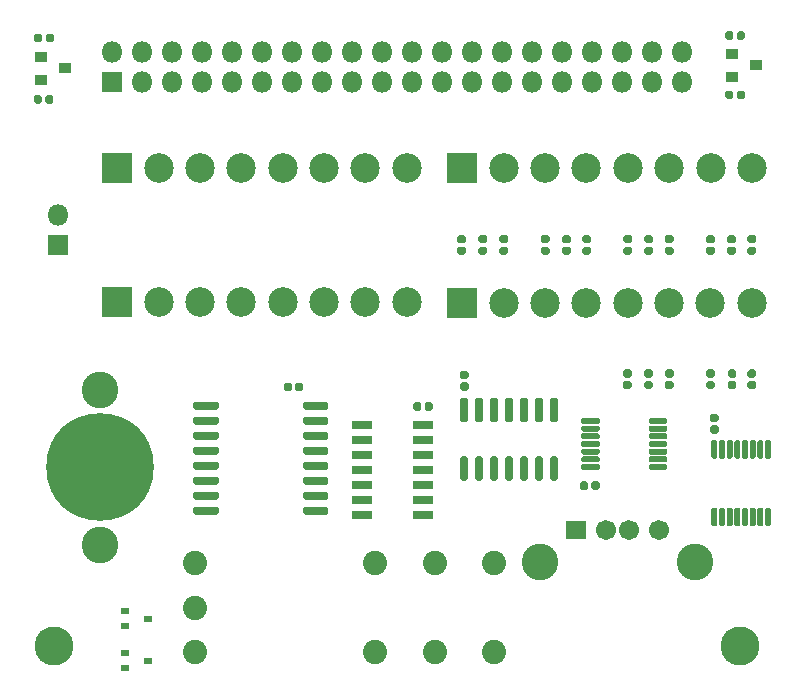
<source format=gts>
%TF.GenerationSoftware,KiCad,Pcbnew,5.1.6-1.fc31*%
%TF.CreationDate,2020-06-27T23:06:53-07:00*%
%TF.ProjectId,rpi_7seg_alarm_clock,7270695f-3773-4656-975f-616c61726d5f,rev?*%
%TF.SameCoordinates,Original*%
%TF.FileFunction,Soldermask,Top*%
%TF.FilePolarity,Negative*%
%FSLAX46Y46*%
G04 Gerber Fmt 4.6, Leading zero omitted, Abs format (unit mm)*
G04 Created by KiCad (PCBNEW 5.1.6-1.fc31) date 2020-06-27 23:06:53*
%MOMM*%
%LPD*%
G01*
G04 APERTURE LIST*
%ADD10C,3.301600*%
%ADD11R,2.501600X2.501600*%
%ADD12C,2.501600*%
%ADD13C,3.101600*%
%ADD14C,9.101600*%
%ADD15R,1.701600X1.601600*%
%ADD16C,1.701600*%
%ADD17O,1.801600X1.801600*%
%ADD18R,1.801600X1.801600*%
%ADD19C,2.051600*%
%ADD20R,1.001600X0.901600*%
%ADD21R,0.801600X0.551600*%
%ADD22R,1.803400X0.635000*%
G04 APERTURE END LIST*
D10*
%TO.C,REF\u002A\u002A*%
X84750000Y-109725000D03*
%TD*%
%TO.C,REF\u002A\u002A*%
X142775000Y-109750000D03*
%TD*%
D11*
%TO.C,J7*%
X90070000Y-69320000D03*
D12*
X93570000Y-69320000D03*
X97070000Y-69320000D03*
X100570000Y-69320000D03*
X104070000Y-69320000D03*
X107570000Y-69320000D03*
X111070000Y-69320000D03*
X114570000Y-69320000D03*
%TD*%
%TO.C,C1*%
G36*
G01*
X133447900Y-87035800D02*
X133052100Y-87035800D01*
G75*
G02*
X132879200Y-86862900I0J172900D01*
G01*
X132879200Y-86517100D01*
G75*
G02*
X133052100Y-86344200I172900J0D01*
G01*
X133447900Y-86344200D01*
G75*
G02*
X133620800Y-86517100I0J-172900D01*
G01*
X133620800Y-86862900D01*
G75*
G02*
X133447900Y-87035800I-172900J0D01*
G01*
G37*
G36*
G01*
X133447900Y-88005800D02*
X133052100Y-88005800D01*
G75*
G02*
X132879200Y-87832900I0J172900D01*
G01*
X132879200Y-87487100D01*
G75*
G02*
X133052100Y-87314200I172900J0D01*
G01*
X133447900Y-87314200D01*
G75*
G02*
X133620800Y-87487100I0J-172900D01*
G01*
X133620800Y-87832900D01*
G75*
G02*
X133447900Y-88005800I-172900J0D01*
G01*
G37*
%TD*%
%TO.C,C2*%
G36*
G01*
X116089200Y-89672900D02*
X116089200Y-89277100D01*
G75*
G02*
X116262100Y-89104200I172900J0D01*
G01*
X116607900Y-89104200D01*
G75*
G02*
X116780800Y-89277100I0J-172900D01*
G01*
X116780800Y-89672900D01*
G75*
G02*
X116607900Y-89845800I-172900J0D01*
G01*
X116262100Y-89845800D01*
G75*
G02*
X116089200Y-89672900I0J172900D01*
G01*
G37*
G36*
G01*
X115119200Y-89672900D02*
X115119200Y-89277100D01*
G75*
G02*
X115292100Y-89104200I172900J0D01*
G01*
X115637900Y-89104200D01*
G75*
G02*
X115810800Y-89277100I0J-172900D01*
G01*
X115810800Y-89672900D01*
G75*
G02*
X115637900Y-89845800I-172900J0D01*
G01*
X115292100Y-89845800D01*
G75*
G02*
X115119200Y-89672900I0J172900D01*
G01*
G37*
%TD*%
%TO.C,C3*%
G36*
G01*
X140497900Y-87035800D02*
X140102100Y-87035800D01*
G75*
G02*
X139929200Y-86862900I0J172900D01*
G01*
X139929200Y-86517100D01*
G75*
G02*
X140102100Y-86344200I172900J0D01*
G01*
X140497900Y-86344200D01*
G75*
G02*
X140670800Y-86517100I0J-172900D01*
G01*
X140670800Y-86862900D01*
G75*
G02*
X140497900Y-87035800I-172900J0D01*
G01*
G37*
G36*
G01*
X140497900Y-88005800D02*
X140102100Y-88005800D01*
G75*
G02*
X139929200Y-87832900I0J172900D01*
G01*
X139929200Y-87487100D01*
G75*
G02*
X140102100Y-87314200I172900J0D01*
G01*
X140497900Y-87314200D01*
G75*
G02*
X140670800Y-87487100I0J-172900D01*
G01*
X140670800Y-87832900D01*
G75*
G02*
X140497900Y-88005800I-172900J0D01*
G01*
G37*
%TD*%
%TO.C,C4*%
G36*
G01*
X143997900Y-75660800D02*
X143602100Y-75660800D01*
G75*
G02*
X143429200Y-75487900I0J172900D01*
G01*
X143429200Y-75142100D01*
G75*
G02*
X143602100Y-74969200I172900J0D01*
G01*
X143997900Y-74969200D01*
G75*
G02*
X144170800Y-75142100I0J-172900D01*
G01*
X144170800Y-75487900D01*
G75*
G02*
X143997900Y-75660800I-172900J0D01*
G01*
G37*
G36*
G01*
X143997900Y-76630800D02*
X143602100Y-76630800D01*
G75*
G02*
X143429200Y-76457900I0J172900D01*
G01*
X143429200Y-76112100D01*
G75*
G02*
X143602100Y-75939200I172900J0D01*
G01*
X143997900Y-75939200D01*
G75*
G02*
X144170800Y-76112100I0J-172900D01*
G01*
X144170800Y-76457900D01*
G75*
G02*
X143997900Y-76630800I-172900J0D01*
G01*
G37*
%TD*%
%TO.C,C5*%
G36*
G01*
X136997900Y-75660800D02*
X136602100Y-75660800D01*
G75*
G02*
X136429200Y-75487900I0J172900D01*
G01*
X136429200Y-75142100D01*
G75*
G02*
X136602100Y-74969200I172900J0D01*
G01*
X136997900Y-74969200D01*
G75*
G02*
X137170800Y-75142100I0J-172900D01*
G01*
X137170800Y-75487900D01*
G75*
G02*
X136997900Y-75660800I-172900J0D01*
G01*
G37*
G36*
G01*
X136997900Y-76630800D02*
X136602100Y-76630800D01*
G75*
G02*
X136429200Y-76457900I0J172900D01*
G01*
X136429200Y-76112100D01*
G75*
G02*
X136602100Y-75939200I172900J0D01*
G01*
X136997900Y-75939200D01*
G75*
G02*
X137170800Y-76112100I0J-172900D01*
G01*
X137170800Y-76457900D01*
G75*
G02*
X136997900Y-76630800I-172900J0D01*
G01*
G37*
%TD*%
%TO.C,C6*%
G36*
G01*
X105129200Y-88022900D02*
X105129200Y-87627100D01*
G75*
G02*
X105302100Y-87454200I172900J0D01*
G01*
X105647900Y-87454200D01*
G75*
G02*
X105820800Y-87627100I0J-172900D01*
G01*
X105820800Y-88022900D01*
G75*
G02*
X105647900Y-88195800I-172900J0D01*
G01*
X105302100Y-88195800D01*
G75*
G02*
X105129200Y-88022900I0J172900D01*
G01*
G37*
G36*
G01*
X104159200Y-88022900D02*
X104159200Y-87627100D01*
G75*
G02*
X104332100Y-87454200I172900J0D01*
G01*
X104677900Y-87454200D01*
G75*
G02*
X104850800Y-87627100I0J-172900D01*
G01*
X104850800Y-88022900D01*
G75*
G02*
X104677900Y-88195800I-172900J0D01*
G01*
X104332100Y-88195800D01*
G75*
G02*
X104159200Y-88022900I0J172900D01*
G01*
G37*
%TD*%
%TO.C,C7*%
G36*
G01*
X130022900Y-75660800D02*
X129627100Y-75660800D01*
G75*
G02*
X129454200Y-75487900I0J172900D01*
G01*
X129454200Y-75142100D01*
G75*
G02*
X129627100Y-74969200I172900J0D01*
G01*
X130022900Y-74969200D01*
G75*
G02*
X130195800Y-75142100I0J-172900D01*
G01*
X130195800Y-75487900D01*
G75*
G02*
X130022900Y-75660800I-172900J0D01*
G01*
G37*
G36*
G01*
X130022900Y-76630800D02*
X129627100Y-76630800D01*
G75*
G02*
X129454200Y-76457900I0J172900D01*
G01*
X129454200Y-76112100D01*
G75*
G02*
X129627100Y-75939200I172900J0D01*
G01*
X130022900Y-75939200D01*
G75*
G02*
X130195800Y-76112100I0J-172900D01*
G01*
X130195800Y-76457900D01*
G75*
G02*
X130022900Y-76630800I-172900J0D01*
G01*
G37*
%TD*%
%TO.C,C8*%
G36*
G01*
X122997900Y-75660800D02*
X122602100Y-75660800D01*
G75*
G02*
X122429200Y-75487900I0J172900D01*
G01*
X122429200Y-75142100D01*
G75*
G02*
X122602100Y-74969200I172900J0D01*
G01*
X122997900Y-74969200D01*
G75*
G02*
X123170800Y-75142100I0J-172900D01*
G01*
X123170800Y-75487900D01*
G75*
G02*
X122997900Y-75660800I-172900J0D01*
G01*
G37*
G36*
G01*
X122997900Y-76630800D02*
X122602100Y-76630800D01*
G75*
G02*
X122429200Y-76457900I0J172900D01*
G01*
X122429200Y-76112100D01*
G75*
G02*
X122602100Y-75939200I172900J0D01*
G01*
X122997900Y-75939200D01*
G75*
G02*
X123170800Y-76112100I0J-172900D01*
G01*
X123170800Y-76457900D01*
G75*
G02*
X122997900Y-76630800I-172900J0D01*
G01*
G37*
%TD*%
%TO.C,C9*%
G36*
G01*
X140427100Y-91079200D02*
X140822900Y-91079200D01*
G75*
G02*
X140995800Y-91252100I0J-172900D01*
G01*
X140995800Y-91597900D01*
G75*
G02*
X140822900Y-91770800I-172900J0D01*
G01*
X140427100Y-91770800D01*
G75*
G02*
X140254200Y-91597900I0J172900D01*
G01*
X140254200Y-91252100D01*
G75*
G02*
X140427100Y-91079200I172900J0D01*
G01*
G37*
G36*
G01*
X140427100Y-90109200D02*
X140822900Y-90109200D01*
G75*
G02*
X140995800Y-90282100I0J-172900D01*
G01*
X140995800Y-90627900D01*
G75*
G02*
X140822900Y-90800800I-172900J0D01*
G01*
X140427100Y-90800800D01*
G75*
G02*
X140254200Y-90627900I0J172900D01*
G01*
X140254200Y-90282100D01*
G75*
G02*
X140427100Y-90109200I172900J0D01*
G01*
G37*
%TD*%
%TO.C,C10*%
G36*
G01*
X130214200Y-96372900D02*
X130214200Y-95977100D01*
G75*
G02*
X130387100Y-95804200I172900J0D01*
G01*
X130732900Y-95804200D01*
G75*
G02*
X130905800Y-95977100I0J-172900D01*
G01*
X130905800Y-96372900D01*
G75*
G02*
X130732900Y-96545800I-172900J0D01*
G01*
X130387100Y-96545800D01*
G75*
G02*
X130214200Y-96372900I0J172900D01*
G01*
G37*
G36*
G01*
X129244200Y-96372900D02*
X129244200Y-95977100D01*
G75*
G02*
X129417100Y-95804200I172900J0D01*
G01*
X129762900Y-95804200D01*
G75*
G02*
X129935800Y-95977100I0J-172900D01*
G01*
X129935800Y-96372900D01*
G75*
G02*
X129762900Y-96545800I-172900J0D01*
G01*
X129417100Y-96545800D01*
G75*
G02*
X129244200Y-96372900I0J172900D01*
G01*
G37*
%TD*%
%TO.C,C11*%
G36*
G01*
X119252100Y-87439200D02*
X119647900Y-87439200D01*
G75*
G02*
X119820800Y-87612100I0J-172900D01*
G01*
X119820800Y-87957900D01*
G75*
G02*
X119647900Y-88130800I-172900J0D01*
G01*
X119252100Y-88130800D01*
G75*
G02*
X119079200Y-87957900I0J172900D01*
G01*
X119079200Y-87612100D01*
G75*
G02*
X119252100Y-87439200I172900J0D01*
G01*
G37*
G36*
G01*
X119252100Y-86469200D02*
X119647900Y-86469200D01*
G75*
G02*
X119820800Y-86642100I0J-172900D01*
G01*
X119820800Y-86987900D01*
G75*
G02*
X119647900Y-87160800I-172900J0D01*
G01*
X119252100Y-87160800D01*
G75*
G02*
X119079200Y-86987900I0J172900D01*
G01*
X119079200Y-86642100D01*
G75*
G02*
X119252100Y-86469200I172900J0D01*
G01*
G37*
%TD*%
%TO.C,R1*%
G36*
G01*
X136997900Y-87035800D02*
X136602100Y-87035800D01*
G75*
G02*
X136429200Y-86862900I0J172900D01*
G01*
X136429200Y-86517100D01*
G75*
G02*
X136602100Y-86344200I172900J0D01*
G01*
X136997900Y-86344200D01*
G75*
G02*
X137170800Y-86517100I0J-172900D01*
G01*
X137170800Y-86862900D01*
G75*
G02*
X136997900Y-87035800I-172900J0D01*
G01*
G37*
G36*
G01*
X136997900Y-88005800D02*
X136602100Y-88005800D01*
G75*
G02*
X136429200Y-87832900I0J172900D01*
G01*
X136429200Y-87487100D01*
G75*
G02*
X136602100Y-87314200I172900J0D01*
G01*
X136997900Y-87314200D01*
G75*
G02*
X137170800Y-87487100I0J-172900D01*
G01*
X137170800Y-87832900D01*
G75*
G02*
X136997900Y-88005800I-172900J0D01*
G01*
G37*
%TD*%
%TO.C,R2*%
G36*
G01*
X135247900Y-87035800D02*
X134852100Y-87035800D01*
G75*
G02*
X134679200Y-86862900I0J172900D01*
G01*
X134679200Y-86517100D01*
G75*
G02*
X134852100Y-86344200I172900J0D01*
G01*
X135247900Y-86344200D01*
G75*
G02*
X135420800Y-86517100I0J-172900D01*
G01*
X135420800Y-86862900D01*
G75*
G02*
X135247900Y-87035800I-172900J0D01*
G01*
G37*
G36*
G01*
X135247900Y-88005800D02*
X134852100Y-88005800D01*
G75*
G02*
X134679200Y-87832900I0J172900D01*
G01*
X134679200Y-87487100D01*
G75*
G02*
X134852100Y-87314200I172900J0D01*
G01*
X135247900Y-87314200D01*
G75*
G02*
X135420800Y-87487100I0J-172900D01*
G01*
X135420800Y-87832900D01*
G75*
G02*
X135247900Y-88005800I-172900J0D01*
G01*
G37*
%TD*%
%TO.C,R3*%
G36*
G01*
X143997900Y-87035800D02*
X143602100Y-87035800D01*
G75*
G02*
X143429200Y-86862900I0J172900D01*
G01*
X143429200Y-86517100D01*
G75*
G02*
X143602100Y-86344200I172900J0D01*
G01*
X143997900Y-86344200D01*
G75*
G02*
X144170800Y-86517100I0J-172900D01*
G01*
X144170800Y-86862900D01*
G75*
G02*
X143997900Y-87035800I-172900J0D01*
G01*
G37*
G36*
G01*
X143997900Y-88005800D02*
X143602100Y-88005800D01*
G75*
G02*
X143429200Y-87832900I0J172900D01*
G01*
X143429200Y-87487100D01*
G75*
G02*
X143602100Y-87314200I172900J0D01*
G01*
X143997900Y-87314200D01*
G75*
G02*
X144170800Y-87487100I0J-172900D01*
G01*
X144170800Y-87832900D01*
G75*
G02*
X143997900Y-88005800I-172900J0D01*
G01*
G37*
%TD*%
%TO.C,R4*%
G36*
G01*
X142322900Y-87035800D02*
X141927100Y-87035800D01*
G75*
G02*
X141754200Y-86862900I0J172900D01*
G01*
X141754200Y-86517100D01*
G75*
G02*
X141927100Y-86344200I172900J0D01*
G01*
X142322900Y-86344200D01*
G75*
G02*
X142495800Y-86517100I0J-172900D01*
G01*
X142495800Y-86862900D01*
G75*
G02*
X142322900Y-87035800I-172900J0D01*
G01*
G37*
G36*
G01*
X142322900Y-88005800D02*
X141927100Y-88005800D01*
G75*
G02*
X141754200Y-87832900I0J172900D01*
G01*
X141754200Y-87487100D01*
G75*
G02*
X141927100Y-87314200I172900J0D01*
G01*
X142322900Y-87314200D01*
G75*
G02*
X142495800Y-87487100I0J-172900D01*
G01*
X142495800Y-87832900D01*
G75*
G02*
X142322900Y-88005800I-172900J0D01*
G01*
G37*
%TD*%
%TO.C,R5*%
G36*
G01*
X140497900Y-75660800D02*
X140102100Y-75660800D01*
G75*
G02*
X139929200Y-75487900I0J172900D01*
G01*
X139929200Y-75142100D01*
G75*
G02*
X140102100Y-74969200I172900J0D01*
G01*
X140497900Y-74969200D01*
G75*
G02*
X140670800Y-75142100I0J-172900D01*
G01*
X140670800Y-75487900D01*
G75*
G02*
X140497900Y-75660800I-172900J0D01*
G01*
G37*
G36*
G01*
X140497900Y-76630800D02*
X140102100Y-76630800D01*
G75*
G02*
X139929200Y-76457900I0J172900D01*
G01*
X139929200Y-76112100D01*
G75*
G02*
X140102100Y-75939200I172900J0D01*
G01*
X140497900Y-75939200D01*
G75*
G02*
X140670800Y-76112100I0J-172900D01*
G01*
X140670800Y-76457900D01*
G75*
G02*
X140497900Y-76630800I-172900J0D01*
G01*
G37*
%TD*%
%TO.C,R6*%
G36*
G01*
X142272900Y-75660800D02*
X141877100Y-75660800D01*
G75*
G02*
X141704200Y-75487900I0J172900D01*
G01*
X141704200Y-75142100D01*
G75*
G02*
X141877100Y-74969200I172900J0D01*
G01*
X142272900Y-74969200D01*
G75*
G02*
X142445800Y-75142100I0J-172900D01*
G01*
X142445800Y-75487900D01*
G75*
G02*
X142272900Y-75660800I-172900J0D01*
G01*
G37*
G36*
G01*
X142272900Y-76630800D02*
X141877100Y-76630800D01*
G75*
G02*
X141704200Y-76457900I0J172900D01*
G01*
X141704200Y-76112100D01*
G75*
G02*
X141877100Y-75939200I172900J0D01*
G01*
X142272900Y-75939200D01*
G75*
G02*
X142445800Y-76112100I0J-172900D01*
G01*
X142445800Y-76457900D01*
G75*
G02*
X142272900Y-76630800I-172900J0D01*
G01*
G37*
%TD*%
%TO.C,R7*%
G36*
G01*
X84014200Y-58472900D02*
X84014200Y-58077100D01*
G75*
G02*
X84187100Y-57904200I172900J0D01*
G01*
X84532900Y-57904200D01*
G75*
G02*
X84705800Y-58077100I0J-172900D01*
G01*
X84705800Y-58472900D01*
G75*
G02*
X84532900Y-58645800I-172900J0D01*
G01*
X84187100Y-58645800D01*
G75*
G02*
X84014200Y-58472900I0J172900D01*
G01*
G37*
G36*
G01*
X83044200Y-58472900D02*
X83044200Y-58077100D01*
G75*
G02*
X83217100Y-57904200I172900J0D01*
G01*
X83562900Y-57904200D01*
G75*
G02*
X83735800Y-58077100I0J-172900D01*
G01*
X83735800Y-58472900D01*
G75*
G02*
X83562900Y-58645800I-172900J0D01*
G01*
X83217100Y-58645800D01*
G75*
G02*
X83044200Y-58472900I0J172900D01*
G01*
G37*
%TD*%
%TO.C,R8*%
G36*
G01*
X142524200Y-58272900D02*
X142524200Y-57877100D01*
G75*
G02*
X142697100Y-57704200I172900J0D01*
G01*
X143042900Y-57704200D01*
G75*
G02*
X143215800Y-57877100I0J-172900D01*
G01*
X143215800Y-58272900D01*
G75*
G02*
X143042900Y-58445800I-172900J0D01*
G01*
X142697100Y-58445800D01*
G75*
G02*
X142524200Y-58272900I0J172900D01*
G01*
G37*
G36*
G01*
X141554200Y-58272900D02*
X141554200Y-57877100D01*
G75*
G02*
X141727100Y-57704200I172900J0D01*
G01*
X142072900Y-57704200D01*
G75*
G02*
X142245800Y-57877100I0J-172900D01*
G01*
X142245800Y-58272900D01*
G75*
G02*
X142072900Y-58445800I-172900J0D01*
G01*
X141727100Y-58445800D01*
G75*
G02*
X141554200Y-58272900I0J172900D01*
G01*
G37*
%TD*%
%TO.C,R9*%
G36*
G01*
X83979200Y-63672900D02*
X83979200Y-63277100D01*
G75*
G02*
X84152100Y-63104200I172900J0D01*
G01*
X84497900Y-63104200D01*
G75*
G02*
X84670800Y-63277100I0J-172900D01*
G01*
X84670800Y-63672900D01*
G75*
G02*
X84497900Y-63845800I-172900J0D01*
G01*
X84152100Y-63845800D01*
G75*
G02*
X83979200Y-63672900I0J172900D01*
G01*
G37*
G36*
G01*
X83009200Y-63672900D02*
X83009200Y-63277100D01*
G75*
G02*
X83182100Y-63104200I172900J0D01*
G01*
X83527900Y-63104200D01*
G75*
G02*
X83700800Y-63277100I0J-172900D01*
G01*
X83700800Y-63672900D01*
G75*
G02*
X83527900Y-63845800I-172900J0D01*
G01*
X83182100Y-63845800D01*
G75*
G02*
X83009200Y-63672900I0J172900D01*
G01*
G37*
%TD*%
%TO.C,R10*%
G36*
G01*
X142524200Y-63297900D02*
X142524200Y-62902100D01*
G75*
G02*
X142697100Y-62729200I172900J0D01*
G01*
X143042900Y-62729200D01*
G75*
G02*
X143215800Y-62902100I0J-172900D01*
G01*
X143215800Y-63297900D01*
G75*
G02*
X143042900Y-63470800I-172900J0D01*
G01*
X142697100Y-63470800D01*
G75*
G02*
X142524200Y-63297900I0J172900D01*
G01*
G37*
G36*
G01*
X141554200Y-63297900D02*
X141554200Y-62902100D01*
G75*
G02*
X141727100Y-62729200I172900J0D01*
G01*
X142072900Y-62729200D01*
G75*
G02*
X142245800Y-62902100I0J-172900D01*
G01*
X142245800Y-63297900D01*
G75*
G02*
X142072900Y-63470800I-172900J0D01*
G01*
X141727100Y-63470800D01*
G75*
G02*
X141554200Y-63297900I0J172900D01*
G01*
G37*
%TD*%
%TO.C,R11*%
G36*
G01*
X133497900Y-75660800D02*
X133102100Y-75660800D01*
G75*
G02*
X132929200Y-75487900I0J172900D01*
G01*
X132929200Y-75142100D01*
G75*
G02*
X133102100Y-74969200I172900J0D01*
G01*
X133497900Y-74969200D01*
G75*
G02*
X133670800Y-75142100I0J-172900D01*
G01*
X133670800Y-75487900D01*
G75*
G02*
X133497900Y-75660800I-172900J0D01*
G01*
G37*
G36*
G01*
X133497900Y-76630800D02*
X133102100Y-76630800D01*
G75*
G02*
X132929200Y-76457900I0J172900D01*
G01*
X132929200Y-76112100D01*
G75*
G02*
X133102100Y-75939200I172900J0D01*
G01*
X133497900Y-75939200D01*
G75*
G02*
X133670800Y-76112100I0J-172900D01*
G01*
X133670800Y-76457900D01*
G75*
G02*
X133497900Y-76630800I-172900J0D01*
G01*
G37*
%TD*%
%TO.C,R12*%
G36*
G01*
X135272900Y-75660800D02*
X134877100Y-75660800D01*
G75*
G02*
X134704200Y-75487900I0J172900D01*
G01*
X134704200Y-75142100D01*
G75*
G02*
X134877100Y-74969200I172900J0D01*
G01*
X135272900Y-74969200D01*
G75*
G02*
X135445800Y-75142100I0J-172900D01*
G01*
X135445800Y-75487900D01*
G75*
G02*
X135272900Y-75660800I-172900J0D01*
G01*
G37*
G36*
G01*
X135272900Y-76630800D02*
X134877100Y-76630800D01*
G75*
G02*
X134704200Y-76457900I0J172900D01*
G01*
X134704200Y-76112100D01*
G75*
G02*
X134877100Y-75939200I172900J0D01*
G01*
X135272900Y-75939200D01*
G75*
G02*
X135445800Y-76112100I0J-172900D01*
G01*
X135445800Y-76457900D01*
G75*
G02*
X135272900Y-76630800I-172900J0D01*
G01*
G37*
%TD*%
%TO.C,R13*%
G36*
G01*
X126497900Y-75660800D02*
X126102100Y-75660800D01*
G75*
G02*
X125929200Y-75487900I0J172900D01*
G01*
X125929200Y-75142100D01*
G75*
G02*
X126102100Y-74969200I172900J0D01*
G01*
X126497900Y-74969200D01*
G75*
G02*
X126670800Y-75142100I0J-172900D01*
G01*
X126670800Y-75487900D01*
G75*
G02*
X126497900Y-75660800I-172900J0D01*
G01*
G37*
G36*
G01*
X126497900Y-76630800D02*
X126102100Y-76630800D01*
G75*
G02*
X125929200Y-76457900I0J172900D01*
G01*
X125929200Y-76112100D01*
G75*
G02*
X126102100Y-75939200I172900J0D01*
G01*
X126497900Y-75939200D01*
G75*
G02*
X126670800Y-76112100I0J-172900D01*
G01*
X126670800Y-76457900D01*
G75*
G02*
X126497900Y-76630800I-172900J0D01*
G01*
G37*
%TD*%
%TO.C,R14*%
G36*
G01*
X128297900Y-75660800D02*
X127902100Y-75660800D01*
G75*
G02*
X127729200Y-75487900I0J172900D01*
G01*
X127729200Y-75142100D01*
G75*
G02*
X127902100Y-74969200I172900J0D01*
G01*
X128297900Y-74969200D01*
G75*
G02*
X128470800Y-75142100I0J-172900D01*
G01*
X128470800Y-75487900D01*
G75*
G02*
X128297900Y-75660800I-172900J0D01*
G01*
G37*
G36*
G01*
X128297900Y-76630800D02*
X127902100Y-76630800D01*
G75*
G02*
X127729200Y-76457900I0J172900D01*
G01*
X127729200Y-76112100D01*
G75*
G02*
X127902100Y-75939200I172900J0D01*
G01*
X128297900Y-75939200D01*
G75*
G02*
X128470800Y-76112100I0J-172900D01*
G01*
X128470800Y-76457900D01*
G75*
G02*
X128297900Y-76630800I-172900J0D01*
G01*
G37*
%TD*%
%TO.C,R15*%
G36*
G01*
X119422900Y-75660800D02*
X119027100Y-75660800D01*
G75*
G02*
X118854200Y-75487900I0J172900D01*
G01*
X118854200Y-75142100D01*
G75*
G02*
X119027100Y-74969200I172900J0D01*
G01*
X119422900Y-74969200D01*
G75*
G02*
X119595800Y-75142100I0J-172900D01*
G01*
X119595800Y-75487900D01*
G75*
G02*
X119422900Y-75660800I-172900J0D01*
G01*
G37*
G36*
G01*
X119422900Y-76630800D02*
X119027100Y-76630800D01*
G75*
G02*
X118854200Y-76457900I0J172900D01*
G01*
X118854200Y-76112100D01*
G75*
G02*
X119027100Y-75939200I172900J0D01*
G01*
X119422900Y-75939200D01*
G75*
G02*
X119595800Y-76112100I0J-172900D01*
G01*
X119595800Y-76457900D01*
G75*
G02*
X119422900Y-76630800I-172900J0D01*
G01*
G37*
%TD*%
%TO.C,R16*%
G36*
G01*
X121222900Y-75660800D02*
X120827100Y-75660800D01*
G75*
G02*
X120654200Y-75487900I0J172900D01*
G01*
X120654200Y-75142100D01*
G75*
G02*
X120827100Y-74969200I172900J0D01*
G01*
X121222900Y-74969200D01*
G75*
G02*
X121395800Y-75142100I0J-172900D01*
G01*
X121395800Y-75487900D01*
G75*
G02*
X121222900Y-75660800I-172900J0D01*
G01*
G37*
G36*
G01*
X121222900Y-76630800D02*
X120827100Y-76630800D01*
G75*
G02*
X120654200Y-76457900I0J172900D01*
G01*
X120654200Y-76112100D01*
G75*
G02*
X120827100Y-75939200I172900J0D01*
G01*
X121222900Y-75939200D01*
G75*
G02*
X121395800Y-76112100I0J-172900D01*
G01*
X121395800Y-76457900D01*
G75*
G02*
X121222900Y-76630800I-172900J0D01*
G01*
G37*
%TD*%
D11*
%TO.C,J4*%
X119285000Y-80680000D03*
D12*
X122785000Y-80680000D03*
X126285000Y-80680000D03*
X129785000Y-80680000D03*
X133285000Y-80680000D03*
X136785000Y-80680000D03*
X140285000Y-80680000D03*
X143785000Y-80680000D03*
%TD*%
D11*
%TO.C,J5*%
X90075000Y-80670000D03*
D12*
X93575000Y-80670000D03*
X97075000Y-80670000D03*
X100575000Y-80670000D03*
X104075000Y-80670000D03*
X107575000Y-80670000D03*
X111075000Y-80670000D03*
X114575000Y-80670000D03*
%TD*%
D11*
%TO.C,J6*%
X119300000Y-69320000D03*
D12*
X122800000Y-69320000D03*
X126300000Y-69320000D03*
X129800000Y-69320000D03*
X133300000Y-69320000D03*
X136800000Y-69320000D03*
X140300000Y-69320000D03*
X143800000Y-69320000D03*
%TD*%
D13*
%TO.C,BT1*%
X88646000Y-88040000D03*
X88646000Y-101240000D03*
D14*
X88646000Y-94640000D03*
%TD*%
D13*
%TO.C,J1*%
X125840000Y-102680000D03*
X138980000Y-102680000D03*
D15*
X128910000Y-99970000D03*
D16*
X131410000Y-99970000D03*
X133410000Y-99970000D03*
X135910000Y-99970000D03*
%TD*%
D17*
%TO.C,J2*%
X137880000Y-59460000D03*
X137880000Y-62000000D03*
X135340000Y-59460000D03*
X135340000Y-62000000D03*
X132800000Y-59460000D03*
X132800000Y-62000000D03*
X130260000Y-59460000D03*
X130260000Y-62000000D03*
X127720000Y-59460000D03*
X127720000Y-62000000D03*
X125180000Y-59460000D03*
X125180000Y-62000000D03*
X122640000Y-59460000D03*
X122640000Y-62000000D03*
X120100000Y-59460000D03*
X120100000Y-62000000D03*
X117560000Y-59460000D03*
X117560000Y-62000000D03*
X115020000Y-59460000D03*
X115020000Y-62000000D03*
X112480000Y-59460000D03*
X112480000Y-62000000D03*
X109940000Y-59460000D03*
X109940000Y-62000000D03*
X107400000Y-59460000D03*
X107400000Y-62000000D03*
X104860000Y-59460000D03*
X104860000Y-62000000D03*
X102320000Y-59460000D03*
X102320000Y-62000000D03*
X99780000Y-59460000D03*
X99780000Y-62000000D03*
X97240000Y-59460000D03*
X97240000Y-62000000D03*
X94700000Y-59460000D03*
X94700000Y-62000000D03*
X92160000Y-59460000D03*
X92160000Y-62000000D03*
X89620000Y-59460000D03*
D18*
X89620000Y-62000000D03*
%TD*%
%TO.C,J3*%
X85025000Y-75840000D03*
D17*
X85025000Y-73300000D03*
%TD*%
D19*
%TO.C,K1*%
X111910000Y-110230000D03*
X111910000Y-102730000D03*
X116950000Y-102730000D03*
X116950000Y-110230000D03*
X121990000Y-110230000D03*
X121990000Y-102730000D03*
X96650000Y-102730000D03*
X96650000Y-110230000D03*
X96650000Y-106540000D03*
%TD*%
D20*
%TO.C,Q1*%
X85625000Y-60850000D03*
X83625000Y-61800000D03*
X83625000Y-59900000D03*
%TD*%
%TO.C,Q2*%
X142150000Y-59650000D03*
X142150000Y-61550000D03*
X144150000Y-60600000D03*
%TD*%
D21*
%TO.C,Q3*%
X92694000Y-110998000D03*
X90694000Y-111648000D03*
X90694000Y-110348000D03*
%TD*%
%TO.C,Q4*%
X90694000Y-106792000D03*
X90694000Y-108092000D03*
X92694000Y-107442000D03*
%TD*%
%TO.C,U1*%
G36*
G01*
X119615400Y-95750800D02*
X119264600Y-95750800D01*
G75*
G02*
X119089200Y-95575400I0J175400D01*
G01*
X119089200Y-93874600D01*
G75*
G02*
X119264600Y-93699200I175400J0D01*
G01*
X119615400Y-93699200D01*
G75*
G02*
X119790800Y-93874600I0J-175400D01*
G01*
X119790800Y-95575400D01*
G75*
G02*
X119615400Y-95750800I-175400J0D01*
G01*
G37*
G36*
G01*
X120885400Y-95750800D02*
X120534600Y-95750800D01*
G75*
G02*
X120359200Y-95575400I0J175400D01*
G01*
X120359200Y-93874600D01*
G75*
G02*
X120534600Y-93699200I175400J0D01*
G01*
X120885400Y-93699200D01*
G75*
G02*
X121060800Y-93874600I0J-175400D01*
G01*
X121060800Y-95575400D01*
G75*
G02*
X120885400Y-95750800I-175400J0D01*
G01*
G37*
G36*
G01*
X122155400Y-95750800D02*
X121804600Y-95750800D01*
G75*
G02*
X121629200Y-95575400I0J175400D01*
G01*
X121629200Y-93874600D01*
G75*
G02*
X121804600Y-93699200I175400J0D01*
G01*
X122155400Y-93699200D01*
G75*
G02*
X122330800Y-93874600I0J-175400D01*
G01*
X122330800Y-95575400D01*
G75*
G02*
X122155400Y-95750800I-175400J0D01*
G01*
G37*
G36*
G01*
X123425400Y-95750800D02*
X123074600Y-95750800D01*
G75*
G02*
X122899200Y-95575400I0J175400D01*
G01*
X122899200Y-93874600D01*
G75*
G02*
X123074600Y-93699200I175400J0D01*
G01*
X123425400Y-93699200D01*
G75*
G02*
X123600800Y-93874600I0J-175400D01*
G01*
X123600800Y-95575400D01*
G75*
G02*
X123425400Y-95750800I-175400J0D01*
G01*
G37*
G36*
G01*
X124695400Y-95750800D02*
X124344600Y-95750800D01*
G75*
G02*
X124169200Y-95575400I0J175400D01*
G01*
X124169200Y-93874600D01*
G75*
G02*
X124344600Y-93699200I175400J0D01*
G01*
X124695400Y-93699200D01*
G75*
G02*
X124870800Y-93874600I0J-175400D01*
G01*
X124870800Y-95575400D01*
G75*
G02*
X124695400Y-95750800I-175400J0D01*
G01*
G37*
G36*
G01*
X125965400Y-95750800D02*
X125614600Y-95750800D01*
G75*
G02*
X125439200Y-95575400I0J175400D01*
G01*
X125439200Y-93874600D01*
G75*
G02*
X125614600Y-93699200I175400J0D01*
G01*
X125965400Y-93699200D01*
G75*
G02*
X126140800Y-93874600I0J-175400D01*
G01*
X126140800Y-95575400D01*
G75*
G02*
X125965400Y-95750800I-175400J0D01*
G01*
G37*
G36*
G01*
X127235400Y-95750800D02*
X126884600Y-95750800D01*
G75*
G02*
X126709200Y-95575400I0J175400D01*
G01*
X126709200Y-93874600D01*
G75*
G02*
X126884600Y-93699200I175400J0D01*
G01*
X127235400Y-93699200D01*
G75*
G02*
X127410800Y-93874600I0J-175400D01*
G01*
X127410800Y-95575400D01*
G75*
G02*
X127235400Y-95750800I-175400J0D01*
G01*
G37*
G36*
G01*
X127235400Y-90800800D02*
X126884600Y-90800800D01*
G75*
G02*
X126709200Y-90625400I0J175400D01*
G01*
X126709200Y-88924600D01*
G75*
G02*
X126884600Y-88749200I175400J0D01*
G01*
X127235400Y-88749200D01*
G75*
G02*
X127410800Y-88924600I0J-175400D01*
G01*
X127410800Y-90625400D01*
G75*
G02*
X127235400Y-90800800I-175400J0D01*
G01*
G37*
G36*
G01*
X125965400Y-90800800D02*
X125614600Y-90800800D01*
G75*
G02*
X125439200Y-90625400I0J175400D01*
G01*
X125439200Y-88924600D01*
G75*
G02*
X125614600Y-88749200I175400J0D01*
G01*
X125965400Y-88749200D01*
G75*
G02*
X126140800Y-88924600I0J-175400D01*
G01*
X126140800Y-90625400D01*
G75*
G02*
X125965400Y-90800800I-175400J0D01*
G01*
G37*
G36*
G01*
X124695400Y-90800800D02*
X124344600Y-90800800D01*
G75*
G02*
X124169200Y-90625400I0J175400D01*
G01*
X124169200Y-88924600D01*
G75*
G02*
X124344600Y-88749200I175400J0D01*
G01*
X124695400Y-88749200D01*
G75*
G02*
X124870800Y-88924600I0J-175400D01*
G01*
X124870800Y-90625400D01*
G75*
G02*
X124695400Y-90800800I-175400J0D01*
G01*
G37*
G36*
G01*
X123425400Y-90800800D02*
X123074600Y-90800800D01*
G75*
G02*
X122899200Y-90625400I0J175400D01*
G01*
X122899200Y-88924600D01*
G75*
G02*
X123074600Y-88749200I175400J0D01*
G01*
X123425400Y-88749200D01*
G75*
G02*
X123600800Y-88924600I0J-175400D01*
G01*
X123600800Y-90625400D01*
G75*
G02*
X123425400Y-90800800I-175400J0D01*
G01*
G37*
G36*
G01*
X122155400Y-90800800D02*
X121804600Y-90800800D01*
G75*
G02*
X121629200Y-90625400I0J175400D01*
G01*
X121629200Y-88924600D01*
G75*
G02*
X121804600Y-88749200I175400J0D01*
G01*
X122155400Y-88749200D01*
G75*
G02*
X122330800Y-88924600I0J-175400D01*
G01*
X122330800Y-90625400D01*
G75*
G02*
X122155400Y-90800800I-175400J0D01*
G01*
G37*
G36*
G01*
X120885400Y-90800800D02*
X120534600Y-90800800D01*
G75*
G02*
X120359200Y-90625400I0J175400D01*
G01*
X120359200Y-88924600D01*
G75*
G02*
X120534600Y-88749200I175400J0D01*
G01*
X120885400Y-88749200D01*
G75*
G02*
X121060800Y-88924600I0J-175400D01*
G01*
X121060800Y-90625400D01*
G75*
G02*
X120885400Y-90800800I-175400J0D01*
G01*
G37*
G36*
G01*
X119615400Y-90800800D02*
X119264600Y-90800800D01*
G75*
G02*
X119089200Y-90625400I0J175400D01*
G01*
X119089200Y-88924600D01*
G75*
G02*
X119264600Y-88749200I175400J0D01*
G01*
X119615400Y-88749200D01*
G75*
G02*
X119790800Y-88924600I0J-175400D01*
G01*
X119790800Y-90625400D01*
G75*
G02*
X119615400Y-90800800I-175400J0D01*
G01*
G37*
%TD*%
D22*
%TO.C,U2*%
X110809200Y-91040000D03*
X110809200Y-92310000D03*
X110809200Y-93580000D03*
X110809200Y-94850000D03*
X110809200Y-96120000D03*
X110809200Y-97390000D03*
X110809200Y-98660000D03*
X115990800Y-98660000D03*
X115990800Y-97390000D03*
X115990800Y-96120000D03*
X115990800Y-94850000D03*
X115990800Y-93580000D03*
X115990800Y-92310000D03*
X115990800Y-91040000D03*
%TD*%
%TO.C,U3*%
G36*
G01*
X107950800Y-98119600D02*
X107950800Y-98470400D01*
G75*
G02*
X107775400Y-98645800I-175400J0D01*
G01*
X105974600Y-98645800D01*
G75*
G02*
X105799200Y-98470400I0J175400D01*
G01*
X105799200Y-98119600D01*
G75*
G02*
X105974600Y-97944200I175400J0D01*
G01*
X107775400Y-97944200D01*
G75*
G02*
X107950800Y-98119600I0J-175400D01*
G01*
G37*
G36*
G01*
X107950800Y-96849600D02*
X107950800Y-97200400D01*
G75*
G02*
X107775400Y-97375800I-175400J0D01*
G01*
X105974600Y-97375800D01*
G75*
G02*
X105799200Y-97200400I0J175400D01*
G01*
X105799200Y-96849600D01*
G75*
G02*
X105974600Y-96674200I175400J0D01*
G01*
X107775400Y-96674200D01*
G75*
G02*
X107950800Y-96849600I0J-175400D01*
G01*
G37*
G36*
G01*
X107950800Y-95579600D02*
X107950800Y-95930400D01*
G75*
G02*
X107775400Y-96105800I-175400J0D01*
G01*
X105974600Y-96105800D01*
G75*
G02*
X105799200Y-95930400I0J175400D01*
G01*
X105799200Y-95579600D01*
G75*
G02*
X105974600Y-95404200I175400J0D01*
G01*
X107775400Y-95404200D01*
G75*
G02*
X107950800Y-95579600I0J-175400D01*
G01*
G37*
G36*
G01*
X107950800Y-94309600D02*
X107950800Y-94660400D01*
G75*
G02*
X107775400Y-94835800I-175400J0D01*
G01*
X105974600Y-94835800D01*
G75*
G02*
X105799200Y-94660400I0J175400D01*
G01*
X105799200Y-94309600D01*
G75*
G02*
X105974600Y-94134200I175400J0D01*
G01*
X107775400Y-94134200D01*
G75*
G02*
X107950800Y-94309600I0J-175400D01*
G01*
G37*
G36*
G01*
X107950800Y-93039600D02*
X107950800Y-93390400D01*
G75*
G02*
X107775400Y-93565800I-175400J0D01*
G01*
X105974600Y-93565800D01*
G75*
G02*
X105799200Y-93390400I0J175400D01*
G01*
X105799200Y-93039600D01*
G75*
G02*
X105974600Y-92864200I175400J0D01*
G01*
X107775400Y-92864200D01*
G75*
G02*
X107950800Y-93039600I0J-175400D01*
G01*
G37*
G36*
G01*
X107950800Y-91769600D02*
X107950800Y-92120400D01*
G75*
G02*
X107775400Y-92295800I-175400J0D01*
G01*
X105974600Y-92295800D01*
G75*
G02*
X105799200Y-92120400I0J175400D01*
G01*
X105799200Y-91769600D01*
G75*
G02*
X105974600Y-91594200I175400J0D01*
G01*
X107775400Y-91594200D01*
G75*
G02*
X107950800Y-91769600I0J-175400D01*
G01*
G37*
G36*
G01*
X107950800Y-90499600D02*
X107950800Y-90850400D01*
G75*
G02*
X107775400Y-91025800I-175400J0D01*
G01*
X105974600Y-91025800D01*
G75*
G02*
X105799200Y-90850400I0J175400D01*
G01*
X105799200Y-90499600D01*
G75*
G02*
X105974600Y-90324200I175400J0D01*
G01*
X107775400Y-90324200D01*
G75*
G02*
X107950800Y-90499600I0J-175400D01*
G01*
G37*
G36*
G01*
X107950800Y-89229600D02*
X107950800Y-89580400D01*
G75*
G02*
X107775400Y-89755800I-175400J0D01*
G01*
X105974600Y-89755800D01*
G75*
G02*
X105799200Y-89580400I0J175400D01*
G01*
X105799200Y-89229600D01*
G75*
G02*
X105974600Y-89054200I175400J0D01*
G01*
X107775400Y-89054200D01*
G75*
G02*
X107950800Y-89229600I0J-175400D01*
G01*
G37*
G36*
G01*
X98650800Y-89229600D02*
X98650800Y-89580400D01*
G75*
G02*
X98475400Y-89755800I-175400J0D01*
G01*
X96674600Y-89755800D01*
G75*
G02*
X96499200Y-89580400I0J175400D01*
G01*
X96499200Y-89229600D01*
G75*
G02*
X96674600Y-89054200I175400J0D01*
G01*
X98475400Y-89054200D01*
G75*
G02*
X98650800Y-89229600I0J-175400D01*
G01*
G37*
G36*
G01*
X98650800Y-90499600D02*
X98650800Y-90850400D01*
G75*
G02*
X98475400Y-91025800I-175400J0D01*
G01*
X96674600Y-91025800D01*
G75*
G02*
X96499200Y-90850400I0J175400D01*
G01*
X96499200Y-90499600D01*
G75*
G02*
X96674600Y-90324200I175400J0D01*
G01*
X98475400Y-90324200D01*
G75*
G02*
X98650800Y-90499600I0J-175400D01*
G01*
G37*
G36*
G01*
X98650800Y-91769600D02*
X98650800Y-92120400D01*
G75*
G02*
X98475400Y-92295800I-175400J0D01*
G01*
X96674600Y-92295800D01*
G75*
G02*
X96499200Y-92120400I0J175400D01*
G01*
X96499200Y-91769600D01*
G75*
G02*
X96674600Y-91594200I175400J0D01*
G01*
X98475400Y-91594200D01*
G75*
G02*
X98650800Y-91769600I0J-175400D01*
G01*
G37*
G36*
G01*
X98650800Y-93039600D02*
X98650800Y-93390400D01*
G75*
G02*
X98475400Y-93565800I-175400J0D01*
G01*
X96674600Y-93565800D01*
G75*
G02*
X96499200Y-93390400I0J175400D01*
G01*
X96499200Y-93039600D01*
G75*
G02*
X96674600Y-92864200I175400J0D01*
G01*
X98475400Y-92864200D01*
G75*
G02*
X98650800Y-93039600I0J-175400D01*
G01*
G37*
G36*
G01*
X98650800Y-94309600D02*
X98650800Y-94660400D01*
G75*
G02*
X98475400Y-94835800I-175400J0D01*
G01*
X96674600Y-94835800D01*
G75*
G02*
X96499200Y-94660400I0J175400D01*
G01*
X96499200Y-94309600D01*
G75*
G02*
X96674600Y-94134200I175400J0D01*
G01*
X98475400Y-94134200D01*
G75*
G02*
X98650800Y-94309600I0J-175400D01*
G01*
G37*
G36*
G01*
X98650800Y-95579600D02*
X98650800Y-95930400D01*
G75*
G02*
X98475400Y-96105800I-175400J0D01*
G01*
X96674600Y-96105800D01*
G75*
G02*
X96499200Y-95930400I0J175400D01*
G01*
X96499200Y-95579600D01*
G75*
G02*
X96674600Y-95404200I175400J0D01*
G01*
X98475400Y-95404200D01*
G75*
G02*
X98650800Y-95579600I0J-175400D01*
G01*
G37*
G36*
G01*
X98650800Y-96849600D02*
X98650800Y-97200400D01*
G75*
G02*
X98475400Y-97375800I-175400J0D01*
G01*
X96674600Y-97375800D01*
G75*
G02*
X96499200Y-97200400I0J175400D01*
G01*
X96499200Y-96849600D01*
G75*
G02*
X96674600Y-96674200I175400J0D01*
G01*
X98475400Y-96674200D01*
G75*
G02*
X98650800Y-96849600I0J-175400D01*
G01*
G37*
G36*
G01*
X98650800Y-98119600D02*
X98650800Y-98470400D01*
G75*
G02*
X98475400Y-98645800I-175400J0D01*
G01*
X96674600Y-98645800D01*
G75*
G02*
X96499200Y-98470400I0J175400D01*
G01*
X96499200Y-98119600D01*
G75*
G02*
X96674600Y-97944200I175400J0D01*
G01*
X98475400Y-97944200D01*
G75*
G02*
X98650800Y-98119600I0J-175400D01*
G01*
G37*
%TD*%
%TO.C,U4*%
G36*
G01*
X140750400Y-99625800D02*
X140499600Y-99625800D01*
G75*
G02*
X140374200Y-99500400I0J125400D01*
G01*
X140374200Y-98174600D01*
G75*
G02*
X140499600Y-98049200I125400J0D01*
G01*
X140750400Y-98049200D01*
G75*
G02*
X140875800Y-98174600I0J-125400D01*
G01*
X140875800Y-99500400D01*
G75*
G02*
X140750400Y-99625800I-125400J0D01*
G01*
G37*
G36*
G01*
X141400400Y-99625800D02*
X141149600Y-99625800D01*
G75*
G02*
X141024200Y-99500400I0J125400D01*
G01*
X141024200Y-98174600D01*
G75*
G02*
X141149600Y-98049200I125400J0D01*
G01*
X141400400Y-98049200D01*
G75*
G02*
X141525800Y-98174600I0J-125400D01*
G01*
X141525800Y-99500400D01*
G75*
G02*
X141400400Y-99625800I-125400J0D01*
G01*
G37*
G36*
G01*
X142050400Y-99625800D02*
X141799600Y-99625800D01*
G75*
G02*
X141674200Y-99500400I0J125400D01*
G01*
X141674200Y-98174600D01*
G75*
G02*
X141799600Y-98049200I125400J0D01*
G01*
X142050400Y-98049200D01*
G75*
G02*
X142175800Y-98174600I0J-125400D01*
G01*
X142175800Y-99500400D01*
G75*
G02*
X142050400Y-99625800I-125400J0D01*
G01*
G37*
G36*
G01*
X142700400Y-99625800D02*
X142449600Y-99625800D01*
G75*
G02*
X142324200Y-99500400I0J125400D01*
G01*
X142324200Y-98174600D01*
G75*
G02*
X142449600Y-98049200I125400J0D01*
G01*
X142700400Y-98049200D01*
G75*
G02*
X142825800Y-98174600I0J-125400D01*
G01*
X142825800Y-99500400D01*
G75*
G02*
X142700400Y-99625800I-125400J0D01*
G01*
G37*
G36*
G01*
X143350400Y-99625800D02*
X143099600Y-99625800D01*
G75*
G02*
X142974200Y-99500400I0J125400D01*
G01*
X142974200Y-98174600D01*
G75*
G02*
X143099600Y-98049200I125400J0D01*
G01*
X143350400Y-98049200D01*
G75*
G02*
X143475800Y-98174600I0J-125400D01*
G01*
X143475800Y-99500400D01*
G75*
G02*
X143350400Y-99625800I-125400J0D01*
G01*
G37*
G36*
G01*
X144000400Y-99625800D02*
X143749600Y-99625800D01*
G75*
G02*
X143624200Y-99500400I0J125400D01*
G01*
X143624200Y-98174600D01*
G75*
G02*
X143749600Y-98049200I125400J0D01*
G01*
X144000400Y-98049200D01*
G75*
G02*
X144125800Y-98174600I0J-125400D01*
G01*
X144125800Y-99500400D01*
G75*
G02*
X144000400Y-99625800I-125400J0D01*
G01*
G37*
G36*
G01*
X144650400Y-99625800D02*
X144399600Y-99625800D01*
G75*
G02*
X144274200Y-99500400I0J125400D01*
G01*
X144274200Y-98174600D01*
G75*
G02*
X144399600Y-98049200I125400J0D01*
G01*
X144650400Y-98049200D01*
G75*
G02*
X144775800Y-98174600I0J-125400D01*
G01*
X144775800Y-99500400D01*
G75*
G02*
X144650400Y-99625800I-125400J0D01*
G01*
G37*
G36*
G01*
X145300400Y-99625800D02*
X145049600Y-99625800D01*
G75*
G02*
X144924200Y-99500400I0J125400D01*
G01*
X144924200Y-98174600D01*
G75*
G02*
X145049600Y-98049200I125400J0D01*
G01*
X145300400Y-98049200D01*
G75*
G02*
X145425800Y-98174600I0J-125400D01*
G01*
X145425800Y-99500400D01*
G75*
G02*
X145300400Y-99625800I-125400J0D01*
G01*
G37*
G36*
G01*
X145300400Y-93900800D02*
X145049600Y-93900800D01*
G75*
G02*
X144924200Y-93775400I0J125400D01*
G01*
X144924200Y-92449600D01*
G75*
G02*
X145049600Y-92324200I125400J0D01*
G01*
X145300400Y-92324200D01*
G75*
G02*
X145425800Y-92449600I0J-125400D01*
G01*
X145425800Y-93775400D01*
G75*
G02*
X145300400Y-93900800I-125400J0D01*
G01*
G37*
G36*
G01*
X144650400Y-93900800D02*
X144399600Y-93900800D01*
G75*
G02*
X144274200Y-93775400I0J125400D01*
G01*
X144274200Y-92449600D01*
G75*
G02*
X144399600Y-92324200I125400J0D01*
G01*
X144650400Y-92324200D01*
G75*
G02*
X144775800Y-92449600I0J-125400D01*
G01*
X144775800Y-93775400D01*
G75*
G02*
X144650400Y-93900800I-125400J0D01*
G01*
G37*
G36*
G01*
X144000400Y-93900800D02*
X143749600Y-93900800D01*
G75*
G02*
X143624200Y-93775400I0J125400D01*
G01*
X143624200Y-92449600D01*
G75*
G02*
X143749600Y-92324200I125400J0D01*
G01*
X144000400Y-92324200D01*
G75*
G02*
X144125800Y-92449600I0J-125400D01*
G01*
X144125800Y-93775400D01*
G75*
G02*
X144000400Y-93900800I-125400J0D01*
G01*
G37*
G36*
G01*
X143350400Y-93900800D02*
X143099600Y-93900800D01*
G75*
G02*
X142974200Y-93775400I0J125400D01*
G01*
X142974200Y-92449600D01*
G75*
G02*
X143099600Y-92324200I125400J0D01*
G01*
X143350400Y-92324200D01*
G75*
G02*
X143475800Y-92449600I0J-125400D01*
G01*
X143475800Y-93775400D01*
G75*
G02*
X143350400Y-93900800I-125400J0D01*
G01*
G37*
G36*
G01*
X142700400Y-93900800D02*
X142449600Y-93900800D01*
G75*
G02*
X142324200Y-93775400I0J125400D01*
G01*
X142324200Y-92449600D01*
G75*
G02*
X142449600Y-92324200I125400J0D01*
G01*
X142700400Y-92324200D01*
G75*
G02*
X142825800Y-92449600I0J-125400D01*
G01*
X142825800Y-93775400D01*
G75*
G02*
X142700400Y-93900800I-125400J0D01*
G01*
G37*
G36*
G01*
X142050400Y-93900800D02*
X141799600Y-93900800D01*
G75*
G02*
X141674200Y-93775400I0J125400D01*
G01*
X141674200Y-92449600D01*
G75*
G02*
X141799600Y-92324200I125400J0D01*
G01*
X142050400Y-92324200D01*
G75*
G02*
X142175800Y-92449600I0J-125400D01*
G01*
X142175800Y-93775400D01*
G75*
G02*
X142050400Y-93900800I-125400J0D01*
G01*
G37*
G36*
G01*
X141400400Y-93900800D02*
X141149600Y-93900800D01*
G75*
G02*
X141024200Y-93775400I0J125400D01*
G01*
X141024200Y-92449600D01*
G75*
G02*
X141149600Y-92324200I125400J0D01*
G01*
X141400400Y-92324200D01*
G75*
G02*
X141525800Y-92449600I0J-125400D01*
G01*
X141525800Y-93775400D01*
G75*
G02*
X141400400Y-93900800I-125400J0D01*
G01*
G37*
G36*
G01*
X140750400Y-93900800D02*
X140499600Y-93900800D01*
G75*
G02*
X140374200Y-93775400I0J125400D01*
G01*
X140374200Y-92449600D01*
G75*
G02*
X140499600Y-92324200I125400J0D01*
G01*
X140750400Y-92324200D01*
G75*
G02*
X140875800Y-92449600I0J-125400D01*
G01*
X140875800Y-93775400D01*
G75*
G02*
X140750400Y-93900800I-125400J0D01*
G01*
G37*
%TD*%
%TO.C,U5*%
G36*
G01*
X136650800Y-94474600D02*
X136650800Y-94725400D01*
G75*
G02*
X136525400Y-94850800I-125400J0D01*
G01*
X135199600Y-94850800D01*
G75*
G02*
X135074200Y-94725400I0J125400D01*
G01*
X135074200Y-94474600D01*
G75*
G02*
X135199600Y-94349200I125400J0D01*
G01*
X136525400Y-94349200D01*
G75*
G02*
X136650800Y-94474600I0J-125400D01*
G01*
G37*
G36*
G01*
X136650800Y-93824600D02*
X136650800Y-94075400D01*
G75*
G02*
X136525400Y-94200800I-125400J0D01*
G01*
X135199600Y-94200800D01*
G75*
G02*
X135074200Y-94075400I0J125400D01*
G01*
X135074200Y-93824600D01*
G75*
G02*
X135199600Y-93699200I125400J0D01*
G01*
X136525400Y-93699200D01*
G75*
G02*
X136650800Y-93824600I0J-125400D01*
G01*
G37*
G36*
G01*
X136650800Y-93174600D02*
X136650800Y-93425400D01*
G75*
G02*
X136525400Y-93550800I-125400J0D01*
G01*
X135199600Y-93550800D01*
G75*
G02*
X135074200Y-93425400I0J125400D01*
G01*
X135074200Y-93174600D01*
G75*
G02*
X135199600Y-93049200I125400J0D01*
G01*
X136525400Y-93049200D01*
G75*
G02*
X136650800Y-93174600I0J-125400D01*
G01*
G37*
G36*
G01*
X136650800Y-92524600D02*
X136650800Y-92775400D01*
G75*
G02*
X136525400Y-92900800I-125400J0D01*
G01*
X135199600Y-92900800D01*
G75*
G02*
X135074200Y-92775400I0J125400D01*
G01*
X135074200Y-92524600D01*
G75*
G02*
X135199600Y-92399200I125400J0D01*
G01*
X136525400Y-92399200D01*
G75*
G02*
X136650800Y-92524600I0J-125400D01*
G01*
G37*
G36*
G01*
X136650800Y-91874600D02*
X136650800Y-92125400D01*
G75*
G02*
X136525400Y-92250800I-125400J0D01*
G01*
X135199600Y-92250800D01*
G75*
G02*
X135074200Y-92125400I0J125400D01*
G01*
X135074200Y-91874600D01*
G75*
G02*
X135199600Y-91749200I125400J0D01*
G01*
X136525400Y-91749200D01*
G75*
G02*
X136650800Y-91874600I0J-125400D01*
G01*
G37*
G36*
G01*
X136650800Y-91224600D02*
X136650800Y-91475400D01*
G75*
G02*
X136525400Y-91600800I-125400J0D01*
G01*
X135199600Y-91600800D01*
G75*
G02*
X135074200Y-91475400I0J125400D01*
G01*
X135074200Y-91224600D01*
G75*
G02*
X135199600Y-91099200I125400J0D01*
G01*
X136525400Y-91099200D01*
G75*
G02*
X136650800Y-91224600I0J-125400D01*
G01*
G37*
G36*
G01*
X136650800Y-90574600D02*
X136650800Y-90825400D01*
G75*
G02*
X136525400Y-90950800I-125400J0D01*
G01*
X135199600Y-90950800D01*
G75*
G02*
X135074200Y-90825400I0J125400D01*
G01*
X135074200Y-90574600D01*
G75*
G02*
X135199600Y-90449200I125400J0D01*
G01*
X136525400Y-90449200D01*
G75*
G02*
X136650800Y-90574600I0J-125400D01*
G01*
G37*
G36*
G01*
X130925800Y-90574600D02*
X130925800Y-90825400D01*
G75*
G02*
X130800400Y-90950800I-125400J0D01*
G01*
X129474600Y-90950800D01*
G75*
G02*
X129349200Y-90825400I0J125400D01*
G01*
X129349200Y-90574600D01*
G75*
G02*
X129474600Y-90449200I125400J0D01*
G01*
X130800400Y-90449200D01*
G75*
G02*
X130925800Y-90574600I0J-125400D01*
G01*
G37*
G36*
G01*
X130925800Y-91224600D02*
X130925800Y-91475400D01*
G75*
G02*
X130800400Y-91600800I-125400J0D01*
G01*
X129474600Y-91600800D01*
G75*
G02*
X129349200Y-91475400I0J125400D01*
G01*
X129349200Y-91224600D01*
G75*
G02*
X129474600Y-91099200I125400J0D01*
G01*
X130800400Y-91099200D01*
G75*
G02*
X130925800Y-91224600I0J-125400D01*
G01*
G37*
G36*
G01*
X130925800Y-91874600D02*
X130925800Y-92125400D01*
G75*
G02*
X130800400Y-92250800I-125400J0D01*
G01*
X129474600Y-92250800D01*
G75*
G02*
X129349200Y-92125400I0J125400D01*
G01*
X129349200Y-91874600D01*
G75*
G02*
X129474600Y-91749200I125400J0D01*
G01*
X130800400Y-91749200D01*
G75*
G02*
X130925800Y-91874600I0J-125400D01*
G01*
G37*
G36*
G01*
X130925800Y-92524600D02*
X130925800Y-92775400D01*
G75*
G02*
X130800400Y-92900800I-125400J0D01*
G01*
X129474600Y-92900800D01*
G75*
G02*
X129349200Y-92775400I0J125400D01*
G01*
X129349200Y-92524600D01*
G75*
G02*
X129474600Y-92399200I125400J0D01*
G01*
X130800400Y-92399200D01*
G75*
G02*
X130925800Y-92524600I0J-125400D01*
G01*
G37*
G36*
G01*
X130925800Y-93174600D02*
X130925800Y-93425400D01*
G75*
G02*
X130800400Y-93550800I-125400J0D01*
G01*
X129474600Y-93550800D01*
G75*
G02*
X129349200Y-93425400I0J125400D01*
G01*
X129349200Y-93174600D01*
G75*
G02*
X129474600Y-93049200I125400J0D01*
G01*
X130800400Y-93049200D01*
G75*
G02*
X130925800Y-93174600I0J-125400D01*
G01*
G37*
G36*
G01*
X130925800Y-93824600D02*
X130925800Y-94075400D01*
G75*
G02*
X130800400Y-94200800I-125400J0D01*
G01*
X129474600Y-94200800D01*
G75*
G02*
X129349200Y-94075400I0J125400D01*
G01*
X129349200Y-93824600D01*
G75*
G02*
X129474600Y-93699200I125400J0D01*
G01*
X130800400Y-93699200D01*
G75*
G02*
X130925800Y-93824600I0J-125400D01*
G01*
G37*
G36*
G01*
X130925800Y-94474600D02*
X130925800Y-94725400D01*
G75*
G02*
X130800400Y-94850800I-125400J0D01*
G01*
X129474600Y-94850800D01*
G75*
G02*
X129349200Y-94725400I0J125400D01*
G01*
X129349200Y-94474600D01*
G75*
G02*
X129474600Y-94349200I125400J0D01*
G01*
X130800400Y-94349200D01*
G75*
G02*
X130925800Y-94474600I0J-125400D01*
G01*
G37*
%TD*%
M02*

</source>
